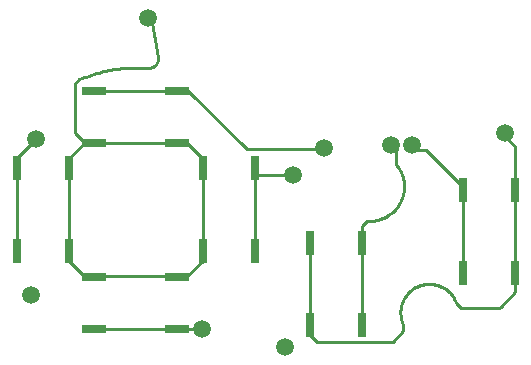
<source format=gtl>
%TF.GenerationSoftware,KiCad,Pcbnew,(5.1.10)-1*%
%TF.CreationDate,2021-06-21T09:30:25-07:00*%
%TF.ProjectId,tactileAGB,74616374-696c-4654-9147-422e6b696361,1.0*%
%TF.SameCoordinates,Original*%
%TF.FileFunction,Copper,L1,Top*%
%TF.FilePolarity,Positive*%
%FSLAX46Y46*%
G04 Gerber Fmt 4.6, Leading zero omitted, Abs format (unit mm)*
G04 Created by KiCad (PCBNEW (5.1.10)-1) date 2021-06-21 09:30:25*
%MOMM*%
%LPD*%
G01*
G04 APERTURE LIST*
%TA.AperFunction,SMDPad,CuDef*%
%ADD10R,0.700000X2.000000*%
%TD*%
%TA.AperFunction,SMDPad,CuDef*%
%ADD11R,2.000000X0.700000*%
%TD*%
%TA.AperFunction,ComponentPad*%
%ADD12C,1.500000*%
%TD*%
%TA.AperFunction,Conductor*%
%ADD13C,0.250000*%
%TD*%
G04 APERTURE END LIST*
D10*
%TO.P,A,4*%
%TO.N,GND3*%
X104947498Y-54570190D03*
%TO.P,A,3*%
X104947498Y-61570190D03*
%TO.P,A,2*%
%TO.N,Net-(A1-Pad1)*%
X100547498Y-61570190D03*
%TO.P,A,1*%
X100547498Y-54570190D03*
%TD*%
%TO.P,B,4*%
%TO.N,GND3*%
X87614207Y-66005038D03*
%TO.P,B,3*%
X87614207Y-59005038D03*
%TO.P,B,2*%
%TO.N,Net-(B1-Pad1)*%
X92014207Y-59005038D03*
%TO.P,B,1*%
X92014207Y-66005038D03*
%TD*%
D11*
%TO.P,DOWN,4*%
%TO.N,GND1*%
X69347007Y-61873175D03*
%TO.P,DOWN,3*%
X76347007Y-61873175D03*
%TO.P,DOWN,2*%
%TO.N,Net-(DOWN1-Pad1)*%
X76347007Y-66273175D03*
%TO.P,DOWN,1*%
X69347007Y-66273175D03*
%TD*%
D12*
%TO.P,FR2,1*%
%TO.N,N/C*%
X85502052Y-67864477D03*
%TD*%
%TO.P,GND3PAD1,1*%
%TO.N,GND3*%
X104072647Y-49734217D03*
%TD*%
%TO.P,L-SHIELDING1,1*%
%TO.N,GND1*%
X73880003Y-39957789D03*
%TD*%
D10*
%TO.P,LEFT,4*%
%TO.N,GND1*%
X67179507Y-52705675D03*
%TO.P,LEFT,3*%
X67179507Y-59705675D03*
%TO.P,LEFT,2*%
%TO.N,Net-(LEFT1-Pad1)*%
X62779507Y-59705675D03*
%TO.P,LEFT,1*%
X62779507Y-52705675D03*
%TD*%
%TO.P,RIGHT,4*%
%TO.N,GND1*%
X78514507Y-59705675D03*
%TO.P,RIGHT,3*%
X78514507Y-52705675D03*
%TO.P,RIGHT,2*%
%TO.N,Net-(RIGHT1-Pad1)*%
X82914507Y-52705675D03*
%TO.P,RIGHT,1*%
X82914507Y-59705675D03*
%TD*%
D12*
%TO.P,TP0,1*%
%TO.N,Net-(A1-Pad1)*%
X96273912Y-50734217D03*
%TD*%
%TO.P,TP1,1*%
%TO.N,Net-(B1-Pad1)*%
X94489896Y-50734217D03*
%TD*%
%TO.P,TP4,1*%
%TO.N,Net-(RIGHT1-Pad1)*%
X86156117Y-53273742D03*
%TD*%
%TO.P,TP5,1*%
%TO.N,Net-(LEFT1-Pad1)*%
X64390003Y-50247789D03*
%TD*%
%TO.P,TP6,1*%
%TO.N,Net-(TP6-Pad1)*%
X88805618Y-50959479D03*
%TD*%
%TO.P,TP7,1*%
%TO.N,Net-(DOWN1-Pad1)*%
X78455694Y-66325349D03*
%TD*%
D11*
%TO.P,UP,4*%
%TO.N,GND1*%
X76347007Y-50538175D03*
%TO.P,UP,3*%
X69347007Y-50538175D03*
%TO.P,UP,2*%
%TO.N,Net-(TP6-Pad1)*%
X69347007Y-46138175D03*
%TO.P,UP,1*%
X76347007Y-46138175D03*
%TD*%
D12*
%TO.P,VDD15,1*%
%TO.N,N/C*%
X63972506Y-63385768D03*
%TD*%
D13*
%TO.N,GND3*%
X104947498Y-54570190D02*
X104947498Y-50829716D01*
X104947498Y-50829716D02*
X104387782Y-50270000D01*
X87614207Y-59005038D02*
X87614207Y-65875793D01*
X88219467Y-67439467D02*
X87620000Y-66840000D01*
X94525511Y-67439467D02*
X88219467Y-67439467D01*
X94541268Y-67438779D02*
X94525511Y-67439467D01*
X94547721Y-67437929D02*
X94541268Y-67438779D01*
X94554081Y-67436519D02*
X94547721Y-67437929D01*
X94560283Y-67434564D02*
X94554081Y-67436519D01*
X94566289Y-67432076D02*
X94560283Y-67434564D01*
X94572065Y-67429069D02*
X94566289Y-67432076D01*
X94577550Y-67425575D02*
X94572065Y-67429069D01*
X94582713Y-67421613D02*
X94577550Y-67425575D01*
X94594369Y-67410932D02*
X94582713Y-67421613D01*
X95500703Y-66504598D02*
X94594369Y-67410932D01*
X95500703Y-65961807D02*
X95500703Y-66504598D01*
X95453050Y-65873602D02*
X95500703Y-65961807D01*
X95456199Y-65863052D02*
X95453050Y-65873602D01*
X95412529Y-65772810D02*
X95456199Y-65863052D01*
X95416144Y-65762413D02*
X95412529Y-65772810D01*
X95376544Y-65670316D02*
X95416144Y-65762413D01*
X95380621Y-65660088D02*
X95376544Y-65670316D01*
X95345167Y-65566311D02*
X95380621Y-65660088D01*
X95349696Y-65556275D02*
X95345167Y-65566311D01*
X95318462Y-65461012D02*
X95349696Y-65556275D01*
X95323433Y-65451190D02*
X95318462Y-65461012D01*
X95296480Y-65354630D02*
X95323433Y-65451190D01*
X95301884Y-65345040D02*
X95296480Y-65354630D01*
X95279265Y-65247371D02*
X95301884Y-65345040D01*
X95285093Y-65238030D02*
X95279265Y-65247371D01*
X95266853Y-65139449D02*
X95285093Y-65238030D01*
X95273092Y-65130377D02*
X95266853Y-65139449D01*
X95259268Y-65031082D02*
X95273092Y-65130377D01*
X95265904Y-65022300D02*
X95259268Y-65031082D01*
X95256523Y-64922486D02*
X95265904Y-65022300D01*
X97887119Y-62495739D02*
X97879232Y-62488060D01*
X97987324Y-62498870D02*
X97887119Y-62495739D01*
X97994863Y-62506895D02*
X97987324Y-62498870D01*
X98094829Y-62514494D02*
X97994863Y-62506895D01*
X98102002Y-62522847D02*
X98094829Y-62514494D01*
X98201528Y-62534898D02*
X98102002Y-62522847D01*
X98208320Y-62543562D02*
X98201528Y-62534898D01*
X98307207Y-62560039D02*
X98208320Y-62543562D01*
X98313606Y-62568997D02*
X98307207Y-62560039D01*
X98411662Y-62589869D02*
X98313606Y-62568997D01*
X98417657Y-62599106D02*
X98411662Y-62589869D01*
X98514686Y-62624334D02*
X98417657Y-62599106D01*
X98520261Y-62633827D02*
X98514686Y-62624334D01*
X98616066Y-62663357D02*
X98520261Y-62633827D01*
X98621212Y-62673090D02*
X98616066Y-62663357D01*
X98715605Y-62706865D02*
X98621212Y-62673090D01*
X98720311Y-62716816D02*
X98715605Y-62706865D01*
X98813101Y-62754766D02*
X98720311Y-62716816D01*
X98908366Y-62806970D02*
X98817359Y-62764917D01*
X99001212Y-62863382D02*
X98912169Y-62817308D01*
X99004547Y-62873870D02*
X99001212Y-62863382D01*
X99091440Y-62923865D02*
X99004547Y-62873870D01*
X99094305Y-62934494D02*
X99091440Y-62923865D01*
X99178885Y-62988318D02*
X99094305Y-62934494D01*
X95273323Y-64697645D02*
X95265574Y-64705463D01*
X99181273Y-62999068D02*
X99178885Y-62988318D01*
X99265275Y-63067455D02*
X99263369Y-63056613D01*
X99344718Y-63128601D02*
X99265275Y-63067455D01*
X103683411Y-64489603D02*
X103667821Y-64490299D01*
X103717496Y-64476898D02*
X103712364Y-64480259D01*
X98817359Y-62764917D02*
X98813101Y-62754766D01*
X103701319Y-64485541D02*
X103695472Y-64487428D01*
X103712364Y-64480259D02*
X103706963Y-64483145D01*
X103706963Y-64483145D02*
X103701319Y-64485541D01*
X103722309Y-64473092D02*
X103717496Y-64476898D01*
X99263369Y-63056613D02*
X99181273Y-62999068D01*
X104947498Y-54570190D02*
X104947498Y-63208558D01*
X103695472Y-64487428D02*
X103689491Y-64488785D01*
X103733876Y-64462137D02*
X103722309Y-64473092D01*
X100362890Y-64490299D02*
X99991702Y-64119111D01*
X104947498Y-63208558D02*
X103733876Y-64462137D01*
X103667821Y-64490299D02*
X100362890Y-64490299D01*
X99991702Y-64119111D02*
X99950464Y-64027734D01*
X98912169Y-62817308D02*
X98908366Y-62806970D01*
X99911579Y-63917222D02*
X99694907Y-63532741D01*
X99950464Y-64027734D02*
X99953893Y-64017275D01*
X97134053Y-62552572D02*
X97124189Y-62547690D01*
X99497389Y-63283111D02*
X99423712Y-63215126D01*
X99953893Y-64017275D02*
X99908619Y-63927826D01*
X99908619Y-63927826D02*
X99911579Y-63917222D01*
X103689491Y-64488785D02*
X103683411Y-64489603D01*
X99694907Y-63532741D02*
X99693794Y-63532430D01*
X99635138Y-63461603D02*
X99635678Y-63450605D01*
X99635678Y-63450605D02*
X99568354Y-63376324D01*
X99693794Y-63532430D02*
X99635138Y-63461603D01*
X99568354Y-63376324D02*
X99568403Y-63365315D01*
X99568403Y-63365315D02*
X99497830Y-63294110D01*
X99497830Y-63294110D02*
X99497389Y-63283111D01*
X99423712Y-63215126D02*
X99422780Y-63204158D01*
X99422780Y-63204158D02*
X99346139Y-63139523D01*
X99346139Y-63139523D02*
X99344718Y-63128601D01*
X97879232Y-62488060D02*
X97778990Y-62489402D01*
X97778990Y-62489402D02*
X97770768Y-62482082D01*
X97770768Y-62482082D02*
X97670681Y-62487894D01*
X97670681Y-62487894D02*
X97662139Y-62480947D01*
X97662139Y-62480947D02*
X97562416Y-62491218D01*
X97562416Y-62491218D02*
X97553576Y-62484662D01*
X97553576Y-62484662D02*
X97454403Y-62499371D01*
X97454403Y-62499371D02*
X97445275Y-62493213D01*
X97445275Y-62493213D02*
X97346866Y-62512331D01*
X97346866Y-62512331D02*
X97337476Y-62506589D01*
X97337476Y-62506589D02*
X97240011Y-62530079D01*
X97240011Y-62530079D02*
X97230368Y-62524758D01*
X97230368Y-62524758D02*
X97134053Y-62552572D01*
X97124189Y-62547690D02*
X97029209Y-62579773D01*
X97029209Y-62579773D02*
X97019134Y-62575334D01*
X97019134Y-62575334D02*
X96925678Y-62611623D01*
X96925678Y-62611623D02*
X96915413Y-62607637D01*
X96915413Y-62607637D02*
X96823670Y-62648059D01*
X96823670Y-62648059D02*
X96813240Y-62644536D01*
X96813240Y-62644536D02*
X96723394Y-62689009D01*
X96723394Y-62689009D02*
X96712819Y-62685955D01*
X96712819Y-62685955D02*
X96625041Y-62734393D01*
X96625041Y-62734393D02*
X96614338Y-62731814D01*
X96614338Y-62731814D02*
X96528812Y-62784118D01*
X96528812Y-62784118D02*
X96518003Y-62782019D01*
X96518003Y-62782019D02*
X96434895Y-62838088D01*
X96434895Y-62838088D02*
X96424007Y-62836473D01*
X96424007Y-62836473D02*
X96069526Y-63099371D01*
X96069526Y-63099371D02*
X96069356Y-63100515D01*
X96069356Y-63100515D02*
X96006392Y-63167540D01*
X96006392Y-63167540D02*
X95995411Y-63168374D01*
X95995411Y-63168374D02*
X95930101Y-63244430D01*
X95930101Y-63244430D02*
X95919173Y-63245753D01*
X95919173Y-63245753D02*
X95857316Y-63324651D01*
X95857316Y-63324651D02*
X95846456Y-63326460D01*
X95846456Y-63326460D02*
X95788181Y-63408039D01*
X95788181Y-63408039D02*
X95777413Y-63410331D01*
X95777413Y-63410331D02*
X95722838Y-63494424D01*
X95722838Y-63494424D02*
X95712182Y-63497194D01*
X95712182Y-63497194D02*
X95661410Y-63583641D01*
X95661410Y-63583641D02*
X95650889Y-63586884D01*
X95650889Y-63586884D02*
X95604025Y-63675509D01*
X95604025Y-63675509D02*
X95593659Y-63679218D01*
X95593659Y-63679218D02*
X95550795Y-63769845D01*
X95550795Y-63769845D02*
X95540604Y-63774013D01*
X95540604Y-63774013D02*
X95501827Y-63866461D01*
X95501827Y-63866461D02*
X95491834Y-63871078D01*
X95491834Y-63871078D02*
X95457217Y-63965169D01*
X95457217Y-63965169D02*
X95447437Y-63970229D01*
X95447437Y-63970229D02*
X95417055Y-64065764D01*
X95417055Y-64065764D02*
X95407513Y-64071254D01*
X95407513Y-64071254D02*
X95381421Y-64168052D01*
X95381421Y-64168052D02*
X95372133Y-64173963D01*
X95372133Y-64173963D02*
X95350385Y-64271832D01*
X95350385Y-64271832D02*
X95341369Y-64278151D01*
X95341369Y-64278151D02*
X95324009Y-64376889D01*
X95324009Y-64376889D02*
X95315286Y-64383603D01*
X95315286Y-64383603D02*
X95302348Y-64483015D01*
X95302348Y-64483015D02*
X95293931Y-64490113D01*
X95293931Y-64490113D02*
X95285440Y-64590008D01*
X95285440Y-64590008D02*
X95277348Y-64597475D01*
X95277348Y-64597475D02*
X95273323Y-64697645D01*
X95265574Y-64705463D02*
X95266021Y-64805716D01*
X95266021Y-64805716D02*
X95258626Y-64813875D01*
X95258626Y-64813875D02*
X95263545Y-64914007D01*
X95263545Y-64914007D02*
X95256523Y-64922486D01*
%TO.N,Net-(A1-Pad1)*%
X100547498Y-61570190D02*
X100547498Y-54317498D01*
X100547498Y-54317498D02*
X97389227Y-51159227D01*
X97389227Y-51159227D02*
X96540773Y-51159227D01*
%TO.N,Net-(B1-Pad1)*%
X94989768Y-52472737D02*
X94914906Y-52386788D01*
X94989093Y-52482536D02*
X94989768Y-52472737D01*
X95057474Y-52567655D02*
X94989093Y-52482536D01*
X95121356Y-52665199D02*
X95056410Y-52577421D01*
X95119904Y-52674915D02*
X95121356Y-52665199D01*
X95181304Y-52765201D02*
X95119904Y-52674915D01*
X95179467Y-52774850D02*
X95181304Y-52765201D01*
X95235011Y-52877078D02*
X95237230Y-52867509D01*
X95336660Y-53078390D02*
X95286444Y-52981432D01*
X95333687Y-53087752D02*
X95336660Y-53078390D01*
X95380007Y-53186627D02*
X95333687Y-53087752D01*
X95376663Y-53195865D02*
X95380007Y-53186627D01*
X95419015Y-53296507D02*
X95376663Y-53195865D01*
X95415307Y-53305604D02*
X95419015Y-53296507D01*
X95453622Y-53407850D02*
X95415307Y-53305604D01*
X95449555Y-53416792D02*
X95453622Y-53407850D01*
X95483774Y-53520480D02*
X95449555Y-53416792D01*
X95479354Y-53529254D02*
X95483774Y-53520480D01*
X95509422Y-53634220D02*
X95479354Y-53529254D01*
X95504658Y-53642809D02*
X95509422Y-53634220D01*
X95530528Y-53748886D02*
X95504658Y-53642809D01*
X95525424Y-53757283D02*
X95530528Y-53748886D01*
X95547054Y-53864310D02*
X95525424Y-53757283D01*
X95541624Y-53872492D02*
X95547054Y-53864310D01*
X95558981Y-53980291D02*
X95541624Y-53872492D01*
X95553227Y-53988254D02*
X95558981Y-53980291D01*
X95566283Y-54096659D02*
X95553227Y-53988254D01*
X95560217Y-54104387D02*
X95566283Y-54096659D01*
X95568951Y-54213225D02*
X95560217Y-54104387D01*
X95562583Y-54220704D02*
X95568951Y-54213225D01*
X95566982Y-54329804D02*
X95562583Y-54220704D01*
X95560321Y-54337024D02*
X95566982Y-54329804D01*
X95560378Y-54446214D02*
X95560321Y-54337024D01*
X95553438Y-54453162D02*
X95560378Y-54446214D01*
X95549153Y-54562265D02*
X95553438Y-54453162D01*
X95541938Y-54568935D02*
X95549153Y-54562265D01*
X95533317Y-54677783D02*
X95541938Y-54568935D01*
X95525842Y-54684160D02*
X95533317Y-54677783D01*
X95512898Y-54792581D02*
X95525842Y-54684160D01*
X95505180Y-54798653D02*
X95512898Y-54792581D01*
X95487937Y-54906467D02*
X95505180Y-54798653D01*
X95479978Y-54912231D02*
X95487937Y-54906467D01*
X95458458Y-55019281D02*
X95479978Y-54912231D01*
X95450279Y-55024722D02*
X95458458Y-55019281D01*
X95416133Y-55135937D02*
X95424521Y-55130826D01*
X94133889Y-56735223D02*
X94143572Y-56736873D01*
X93929414Y-56846179D02*
X93938935Y-56848593D01*
X93833447Y-56898263D02*
X93929414Y-56846179D01*
X94610796Y-56389756D02*
X94685648Y-56310259D01*
X93824029Y-56895472D02*
X93833447Y-56898263D01*
X95000226Y-55957161D02*
X95057893Y-55864442D01*
X93726069Y-56943697D02*
X93824029Y-56895472D01*
X93716769Y-56940533D02*
X93726069Y-56943697D01*
X94042367Y-56794769D02*
X94133889Y-56735223D01*
X94232654Y-56673734D02*
X94242396Y-56674998D01*
X93607802Y-56981295D02*
X93616967Y-56984825D01*
X95190004Y-55663552D02*
X95236223Y-55564624D01*
X95289042Y-52971958D02*
X95235011Y-52877078D01*
X93506320Y-57021583D02*
X93607802Y-56981295D01*
X94685648Y-56310259D02*
X94695450Y-56309573D01*
X93385432Y-57049663D02*
X93394287Y-57053910D01*
X95334707Y-55353863D02*
X95343478Y-55349433D01*
X93281071Y-57081757D02*
X93385432Y-57049663D01*
X92014207Y-66005038D02*
X92014207Y-57555793D01*
X95424521Y-55130826D02*
X95450279Y-55024722D01*
X93616967Y-56984825D02*
X93716769Y-56940533D01*
X95296497Y-55456149D02*
X95334707Y-55353863D01*
X93166829Y-57105078D02*
X93272389Y-57077159D01*
X92014207Y-57555793D02*
X92424604Y-57145397D01*
X93938935Y-56848593D02*
X94032753Y-56792735D01*
X92466984Y-57145321D02*
X92470217Y-57148427D01*
X95236223Y-55564624D02*
X95245319Y-55560905D01*
X92579381Y-57146255D02*
X92586727Y-57152773D01*
X92424604Y-57145397D02*
X92466984Y-57145321D01*
X95067365Y-55861833D02*
X95121297Y-55766895D01*
X92470217Y-57148427D02*
X92579381Y-57146255D01*
X94776840Y-56226089D02*
X94845135Y-56140895D01*
X95056410Y-52577421D02*
X95057474Y-52567655D01*
X93045069Y-57117180D02*
X93051752Y-57123837D01*
X95343478Y-55349433D02*
X95377589Y-55245708D01*
X94914906Y-51213548D02*
X94969227Y-51159227D01*
X93394287Y-57053910D02*
X93497298Y-57017689D01*
X92586727Y-57152773D02*
X93037373Y-57125854D01*
X95180771Y-55666904D02*
X95190004Y-55663552D01*
X95237230Y-52867509D02*
X95179467Y-52774850D01*
X93497298Y-57017689D02*
X93506320Y-57021583D01*
X94919705Y-56051588D02*
X94929354Y-56049741D01*
X93037373Y-57125854D02*
X93045069Y-57117180D01*
X94990660Y-55959390D02*
X95000226Y-55957161D01*
X95286444Y-52981432D02*
X95289042Y-52971958D01*
X94032753Y-56792735D02*
X94042367Y-56794769D01*
X95287563Y-55460223D02*
X95296497Y-55456149D01*
X93051752Y-57123837D02*
X93158337Y-57100139D01*
X93158337Y-57100139D02*
X93166829Y-57105078D01*
X95377589Y-55245708D02*
X95386176Y-55240933D01*
X94914906Y-52386788D02*
X94914906Y-51213548D01*
X93272389Y-57077159D02*
X93281071Y-57081757D01*
X94143572Y-56736873D02*
X94232654Y-56673734D01*
X94242396Y-56674998D02*
X94600039Y-56399499D01*
X94600039Y-56399499D02*
X94601266Y-56390042D01*
X94601266Y-56390042D02*
X94610796Y-56389756D01*
X94695450Y-56309573D02*
X94767078Y-56227163D01*
X94767078Y-56227163D02*
X94776840Y-56226089D01*
X94845135Y-56140895D02*
X94854851Y-56139433D01*
X94854851Y-56139433D02*
X94919705Y-56051588D01*
X94929354Y-56049741D02*
X94990660Y-55959390D01*
X95057893Y-55864442D02*
X95067365Y-55861833D01*
X95121297Y-55766895D02*
X95130657Y-55763912D01*
X95130657Y-55763912D02*
X95180771Y-55666904D01*
X95245319Y-55560905D02*
X95287563Y-55460223D01*
X95386176Y-55240933D02*
X95416133Y-55135937D01*
%TO.N,GND1*%
X67210000Y-52720000D02*
X67190000Y-52740000D01*
X76347007Y-61873175D02*
X76347007Y-61842993D01*
X69370000Y-50570000D02*
X76260000Y-50570000D01*
X77220000Y-50590000D02*
X76440000Y-50590000D01*
X78510000Y-51880000D02*
X77220000Y-50590000D01*
X77200000Y-61840000D02*
X78510000Y-60530000D01*
X68487500Y-61840000D02*
X77200000Y-61840000D01*
X67210000Y-60562500D02*
X68487500Y-61840000D01*
X67210000Y-51850000D02*
X67210000Y-60562500D01*
X78510000Y-60530000D02*
X78510000Y-51880000D01*
X68521825Y-50538175D02*
X67210000Y-51850000D01*
X69347007Y-50538175D02*
X68521825Y-50538175D01*
X68525000Y-50540000D02*
X68660000Y-50540000D01*
X67700000Y-49715000D02*
X68525000Y-50540000D01*
X67700000Y-45539864D02*
X67700000Y-49715000D01*
X68269167Y-45085637D02*
X68070235Y-45169629D01*
X68469367Y-45005311D02*
X68269167Y-45085637D01*
X68671086Y-44928550D02*
X68469367Y-45005311D01*
X74180181Y-44158751D02*
X74167013Y-44176652D01*
X74245866Y-44142533D02*
X74180181Y-44158751D01*
X74392697Y-44053566D02*
X74331020Y-44081396D01*
X74257358Y-44123506D02*
X74245866Y-44142533D01*
X74400557Y-44032781D02*
X74392697Y-44053566D01*
X74459445Y-43999473D02*
X74400557Y-44032781D01*
X74524995Y-43917654D02*
X74521022Y-43939521D01*
X69283982Y-44720174D02*
X69078492Y-44785947D01*
X74576891Y-43874246D02*
X74524995Y-43917654D01*
X74331020Y-44081396D02*
X74321301Y-44101392D01*
X74578863Y-43852105D02*
X74576891Y-43874246D01*
X74626560Y-43781943D02*
X74626606Y-43804164D01*
X74182014Y-39890000D02*
X74772763Y-43308600D01*
X74772763Y-43308600D02*
X74771940Y-43309766D01*
X74521022Y-43939521D02*
X74465390Y-43978047D01*
X74701919Y-43630087D02*
X74705984Y-43651940D01*
X74771940Y-43309766D02*
X74776582Y-43317380D01*
X74776582Y-43317380D02*
X74760635Y-43383130D01*
X68070235Y-45169629D02*
X67700000Y-45539864D01*
X74705984Y-43651940D02*
X74667692Y-43707728D01*
X70327645Y-44447074D02*
X70116985Y-44494191D01*
X68874179Y-44855409D02*
X68671086Y-44928550D01*
X74760635Y-43383130D02*
X74770432Y-43403076D01*
X74321301Y-44101392D02*
X74257358Y-44123506D01*
X74770432Y-43403076D02*
X74748581Y-43467115D01*
X74669756Y-43729866D02*
X74626560Y-43781943D01*
X74667692Y-43707728D02*
X74669756Y-43729866D01*
X74748581Y-43467115D02*
X74756530Y-43487876D01*
X74626606Y-43804164D02*
X74578863Y-43852105D01*
X69078492Y-44785947D02*
X68874179Y-44855409D01*
X74756530Y-43487876D02*
X74728957Y-43549663D01*
X74465390Y-43978047D02*
X74459445Y-43999473D01*
X74728957Y-43549663D02*
X74734988Y-43571056D01*
X74734988Y-43571056D02*
X74701919Y-43630087D01*
X74167013Y-44176652D02*
X74100122Y-44186842D01*
X74100122Y-44186842D02*
X74085376Y-44203482D01*
X74085376Y-44203482D02*
X74017832Y-44207558D01*
X74017832Y-44207558D02*
X74001638Y-44222788D01*
X74001638Y-44222788D02*
X73947219Y-44221120D01*
X73947219Y-44221120D02*
X73940433Y-44227051D01*
X69490714Y-44658071D02*
X69283982Y-44720174D01*
X73940433Y-44227051D02*
X73545627Y-44200519D01*
X73545627Y-44200519D02*
X73330114Y-44189917D01*
X73330114Y-44189917D02*
X73114338Y-44183181D01*
X73114338Y-44183181D02*
X72898613Y-44180319D01*
X72898613Y-44180319D02*
X72682819Y-44181329D01*
X72682819Y-44181329D02*
X72467048Y-44186212D01*
X72467048Y-44186212D02*
X72251403Y-44194967D01*
X72251403Y-44194967D02*
X72035937Y-44207590D01*
X72035937Y-44207590D02*
X71820791Y-44224074D01*
X71820791Y-44224074D02*
X71605913Y-44244422D01*
X71605913Y-44244422D02*
X71391506Y-44268615D01*
X71391506Y-44268615D02*
X71177494Y-44296662D01*
X71177494Y-44296662D02*
X70964037Y-44328542D01*
X70964037Y-44328542D02*
X70751178Y-44364249D01*
X70751178Y-44364249D02*
X70539043Y-44403761D01*
X70539043Y-44403761D02*
X70327645Y-44447074D01*
X70116985Y-44494191D02*
X69907242Y-44545072D01*
X69907242Y-44545072D02*
X69698449Y-44599709D01*
X69698449Y-44599709D02*
X69490714Y-44658071D01*
%TO.N,Net-(DOWN1-Pad1)*%
X78140000Y-66270000D02*
X77600182Y-66270000D01*
X78136825Y-66273175D02*
X78140000Y-66270000D01*
X76347007Y-66273175D02*
X78136825Y-66273175D01*
X69347007Y-66273175D02*
X76203175Y-66273175D01*
%TO.N,Net-(LEFT1-Pad1)*%
X62780000Y-51863896D02*
X62780000Y-52780000D01*
X64390003Y-50253893D02*
X62780000Y-51863896D01*
X64390003Y-50247789D02*
X64390003Y-50253893D01*
X62779507Y-52705675D02*
X62779507Y-59679507D01*
%TO.N,Net-(RIGHT1-Pad1)*%
X86156117Y-53273742D02*
X82933742Y-53273742D01*
X82914507Y-59705675D02*
X82914507Y-52944507D01*
%TO.N,Net-(TP6-Pad1)*%
X76347007Y-46138175D02*
X77308175Y-46138175D01*
X77308175Y-46138175D02*
X82228266Y-51058266D01*
X82228266Y-51058266D02*
X85228266Y-51058266D01*
X85228266Y-51058266D02*
X88119691Y-51058266D01*
X69347007Y-46138175D02*
X76771825Y-46138175D01*
%TD*%
M02*

</source>
